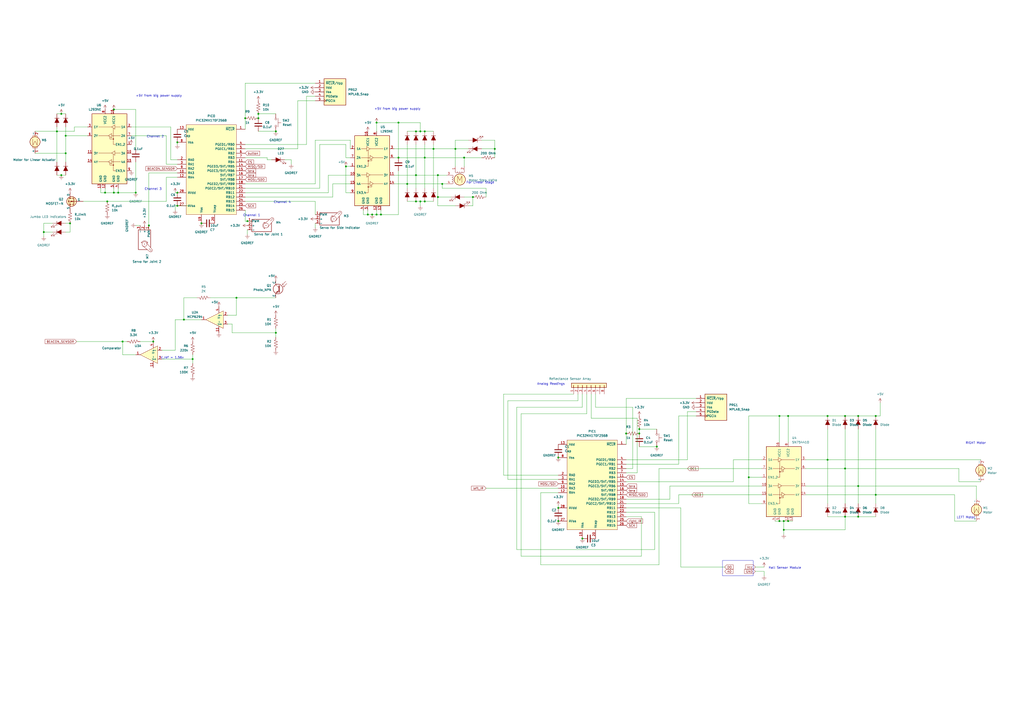
<source format=kicad_sch>
(kicad_sch (version 20230121) (generator eeschema)
  (paper "A2")
  (junction (at 254 101.6))
  (junction (at 323.85 294.64))
  (junction (at 480.06 241.3))
  (junction (at 142.24 68.58))
  (junction (at 38.1 88.9))
  (junction (at 241.3 101.6))
  (junction (at 264.16 86.36))
  (junction (at 102.87 82.55))
  (junction (at 220.98 124.46))
  (junction (at 68.58 111.76))
  (junction (at 78.74 111.76))
  (junction (at 71.12 198.12))
  (junction (at 452.12 241.3))
  (junction (at 218.44 71.12))
  (junction (at 35.56 101.6))
  (junction (at 66.04 63.5))
  (junction (at 454.66 307.34))
  (junction (at 243.84 116.84))
  (junction (at 215.9 124.46))
  (junction (at 363.22 251.46))
  (junction (at 236.22 106.68))
  (junction (at 434.34 276.86))
  (junction (at 246.38 91.44))
  (junction (at 457.2 302.26))
  (junction (at 254 114.3))
  (junction (at 490.22 241.3))
  (junction (at 508 241.3))
  (junction (at 323.85 302.26))
  (junction (at 323.85 265.43))
  (junction (at 149.86 66.04))
  (junction (at 160.02 76.2))
  (junction (at 231.14 91.44))
  (junction (at 143.51 128.27))
  (junction (at 287.02 86.36))
  (junction (at 160.02 193.04))
  (junction (at 102.87 119.38))
  (junction (at 246.38 116.84))
  (junction (at 60.96 111.76))
  (junction (at 116.84 129.54))
  (junction (at 490.22 299.72))
  (junction (at 497.84 241.3))
  (junction (at 251.46 86.36))
  (junction (at 274.32 114.3))
  (junction (at 149.86 68.58))
  (junction (at 218.44 124.46))
  (junction (at 381 259.08))
  (junction (at 111.76 208.28))
  (junction (at 337.82 312.42))
  (junction (at 33.02 76.2))
  (junction (at 213.36 124.46))
  (junction (at 200.66 96.52))
  (junction (at 452.12 302.26))
  (junction (at 88.9 198.12))
  (junction (at 241.3 116.84))
  (junction (at 40.64 129.54))
  (junction (at 66.04 111.76))
  (junction (at 497.84 281.94))
  (junction (at 241.3 76.2))
  (junction (at 256.54 106.68))
  (junction (at 231.14 71.12))
  (junction (at 25.4 134.62))
  (junction (at 457.2 241.3))
  (junction (at 38.1 78.74))
  (junction (at 454.66 302.26))
  (junction (at 370.84 248.92))
  (junction (at 62.23 116.84))
  (junction (at 246.38 76.2))
  (junction (at 243.84 76.2))
  (junction (at 269.24 91.44))
  (junction (at 106.68 185.42))
  (junction (at 102.87 111.76))
  (junction (at 35.56 66.04))
  (junction (at 508 287.02))
  (junction (at 137.16 172.72))
  (junction (at 370.84 251.46))
  (junction (at 86.36 130.81))
  (junction (at 497.84 299.72))
  (junction (at 490.22 271.78))
  (junction (at 480.06 266.7))
  (wire (pts (xy 457.2 241.3) (xy 480.06 241.3)))
  (wire (pts (xy 369.57 242.57) (xy 369.57 274.32)))
  (wire (pts (xy 35.56 66.04) (xy 38.1 66.04)))
  (wire (pts (xy 299.72 318.77) (xy 379.73 318.77)))
  (wire (pts (xy 81.28 130.81) (xy 78.74 130.81)))
  (wire (pts (xy 370.84 248.92) (xy 381 248.92)))
  (wire (pts (xy 370.84 251.46) (xy 370.84 248.92)))
  (wire (pts (xy 35.56 101.6) (xy 38.1 101.6)))
  (wire (pts (xy 454.66 307.34) (xy 454.66 309.88)))
  (wire (pts (xy 101.6 111.76) (xy 102.87 111.76)))
  (wire (pts (xy 60.96 111.76) (xy 66.04 111.76)))
  (wire (pts (xy 142.24 68.58) (xy 142.24 74.93)))
  (wire (pts (xy 264.16 81.28) (xy 264.16 86.36)))
  (wire (pts (xy 363.22 294.64) (xy 394.97 294.64)))
  (wire (pts (xy 38.1 78.74) (xy 50.8 78.74)))
  (wire (pts (xy 441.96 287.02) (xy 393.7 287.02)))
  (wire (pts (xy 33.02 101.6) (xy 35.56 101.6)))
  (wire (pts (xy 137.16 172.72) (xy 121.92 172.72)))
  (wire (pts (xy 264.16 119.38) (xy 254 119.38)))
  (wire (pts (xy 287.02 81.28) (xy 287.02 86.36)))
  (wire (pts (xy 43.18 73.66) (xy 50.8 73.66)))
  (wire (pts (xy 218.44 71.12) (xy 218.44 76.2)))
  (wire (pts (xy 228.6 101.6) (xy 241.3 101.6)))
  (wire (pts (xy 345.44 228.6) (xy 345.44 236.22)))
  (wire (pts (xy 497.84 299.72) (xy 508 299.72)))
  (wire (pts (xy 106.68 172.72) (xy 106.68 185.42)))
  (wire (pts (xy 33.02 93.98) (xy 33.02 76.2)))
  (wire (pts (xy 256.54 106.68) (xy 259.08 106.68)))
  (wire (pts (xy 111.76 208.28) (xy 93.98 208.28)))
  (wire (pts (xy 261.62 114.3) (xy 254 114.3)))
  (wire (pts (xy 20.32 88.9) (xy 38.1 88.9)))
  (wire (pts (xy 218.44 121.92) (xy 218.44 124.46)))
  (wire (pts (xy 78.74 63.5) (xy 66.04 63.5)))
  (wire (pts (xy 243.84 116.84) (xy 243.84 119.38)))
  (wire (pts (xy 363.22 231.14) (xy 403.86 231.14)))
  (wire (pts (xy 269.24 91.44) (xy 269.24 96.52)))
  (wire (pts (xy 25.4 137.16) (xy 25.4 134.62)))
  (wire (pts (xy 142.24 48.26) (xy 182.88 48.26)))
  (wire (pts (xy 78.74 93.98) (xy 78.74 111.76)))
  (wire (pts (xy 142.24 106.68) (xy 182.88 106.68)))
  (wire (pts (xy 497.84 281.94) (xy 566.42 281.94)))
  (wire (pts (xy 101.6 203.2) (xy 101.6 185.42)))
  (wire (pts (xy 68.58 111.76) (xy 66.04 111.76)))
  (wire (pts (xy 185.42 83.82) (xy 200.66 83.82)))
  (wire (pts (xy 388.62 289.56) (xy 363.22 289.56)))
  (wire (pts (xy 363.22 266.7) (xy 398.78 266.7)))
  (wire (pts (xy 467.36 287.02) (xy 508 287.02)))
  (wire (pts (xy 382.27 271.78) (xy 382.27 327.66)))
  (wire (pts (xy 394.97 294.64) (xy 394.97 328.93)))
  (wire (pts (xy 172.72 58.42) (xy 172.72 86.36)))
  (wire (pts (xy 228.6 106.68) (xy 236.22 106.68)))
  (wire (pts (xy 490.22 271.78) (xy 556.26 271.78)))
  (wire (pts (xy 220.98 121.92) (xy 220.98 124.46)))
  (wire (pts (xy 213.36 124.46) (xy 215.9 124.46)))
  (wire (pts (xy 142.24 91.44) (xy 154.94 91.44)))
  (wire (pts (xy 182.88 129.54) (xy 182.88 132.08)))
  (wire (pts (xy 241.3 83.82) (xy 241.3 101.6)))
  (wire (pts (xy 228.6 91.44) (xy 231.14 91.44)))
  (wire (pts (xy 48.26 116.84) (xy 62.23 116.84)))
  (wire (pts (xy 457.2 302.26) (xy 459.74 302.26)))
  (wire (pts (xy 160.02 190.5) (xy 160.02 193.04)))
  (wire (pts (xy 271.78 81.28) (xy 264.16 81.28)))
  (wire (pts (xy 254 119.38) (xy 254 114.3)))
  (wire (pts (xy 200.66 83.82) (xy 200.66 91.44)))
  (wire (pts (xy 379.73 297.18) (xy 363.22 297.18)))
  (wire (pts (xy 372.11 322.58) (xy 372.11 299.72)))
  (wire (pts (xy 294.64 232.41) (xy 294.64 278.13)))
  (wire (pts (xy 134.62 193.04) (xy 160.02 193.04)))
  (wire (pts (xy 213.36 121.92) (xy 213.36 124.46)))
  (wire (pts (xy 60.96 109.22) (xy 60.96 111.76)))
  (wire (pts (xy 38.1 73.66) (xy 38.1 78.74)))
  (wire (pts (xy 210.82 124.46) (xy 213.36 124.46)))
  (wire (pts (xy 38.1 134.62) (xy 40.64 134.62)))
  (wire (pts (xy 102.87 119.38) (xy 109.22 119.38)))
  (wire (pts (xy 43.18 76.2) (xy 43.18 73.66)))
  (wire (pts (xy 203.2 101.6) (xy 190.5 101.6)))
  (wire (pts (xy 146.05 128.27) (xy 143.51 128.27)))
  (wire (pts (xy 58.42 111.76) (xy 60.96 111.76)))
  (wire (pts (xy 394.97 328.93) (xy 420.37 328.93)))
  (wire (pts (xy 254 101.6) (xy 259.08 101.6)))
  (wire (pts (xy 137.16 182.88) (xy 137.16 172.72)))
  (wire (pts (xy 101.6 119.38) (xy 102.87 119.38)))
  (wire (pts (xy 40.64 134.62) (xy 40.64 129.54)))
  (wire (pts (xy 185.42 109.22) (xy 185.42 83.82)))
  (wire (pts (xy 102.87 102.87) (xy 96.52 102.87)))
  (wire (pts (xy 210.82 121.92) (xy 210.82 124.46)))
  (wire (pts (xy 203.2 81.28) (xy 203.2 86.36)))
  (wire (pts (xy 111.76 205.74) (xy 111.76 208.28)))
  (wire (pts (xy 441.96 292.1) (xy 434.34 292.1)))
  (wire (pts (xy 78.74 205.74) (xy 71.12 205.74)))
  (wire (pts (xy 203.2 106.68) (xy 193.04 106.68)))
  (wire (pts (xy 279.4 81.28) (xy 287.02 81.28)))
  (wire (pts (xy 566.42 281.94) (xy 566.42 289.56)))
  (wire (pts (xy 398.78 266.7) (xy 398.78 238.76)))
  (wire (pts (xy 497.84 241.3) (xy 508 241.3)))
  (wire (pts (xy 142.24 114.3) (xy 193.04 114.3)))
  (wire (pts (xy 142.24 86.36) (xy 172.72 86.36)))
  (wire (pts (xy 99.06 73.66) (xy 99.06 92.71)))
  (wire (pts (xy 76.2 73.66) (xy 99.06 73.66)))
  (wire (pts (xy 340.36 228.6) (xy 340.36 240.03)))
  (wire (pts (xy 243.84 71.12) (xy 231.14 71.12)))
  (wire (pts (xy 142.24 128.27) (xy 143.51 128.27)))
  (wire (pts (xy 236.22 106.68) (xy 236.22 109.22)))
  (wire (pts (xy 116.84 185.42) (xy 106.68 185.42)))
  (wire (pts (xy 345.44 236.22) (xy 367.03 236.22)))
  (wire (pts (xy 96.52 116.84) (xy 62.23 116.84)))
  (wire (pts (xy 425.45 279.4) (xy 425.45 266.7)))
  (wire (pts (xy 25.4 129.54) (xy 30.48 129.54)))
  (wire (pts (xy 76.2 78.74) (xy 96.52 78.74)))
  (wire (pts (xy 281.94 283.21) (xy 323.85 283.21)))
  (wire (pts (xy 452.12 302.26) (xy 454.66 302.26)))
  (wire (pts (xy 165.1 92.71) (xy 168.91 92.71)))
  (wire (pts (xy 38.1 88.9) (xy 38.1 78.74)))
  (wire (pts (xy 510.54 233.68) (xy 510.54 241.3)))
  (wire (pts (xy 393.7 292.1) (xy 363.22 292.1)))
  (wire (pts (xy 441.96 276.86) (xy 434.34 276.86)))
  (wire (pts (xy 111.76 208.28) (xy 111.76 210.82)))
  (wire (pts (xy 236.22 116.84) (xy 241.3 116.84)))
  (wire (pts (xy 342.9 242.57) (xy 369.57 242.57)))
  (wire (pts (xy 279.4 86.36) (xy 287.02 86.36)))
  (wire (pts (xy 313.69 285.75) (xy 323.85 285.75)))
  (wire (pts (xy 274.32 119.38) (xy 274.32 114.3)))
  (wire (pts (xy 58.42 109.22) (xy 58.42 111.76)))
  (wire (pts (xy 379.73 297.18) (xy 379.73 318.77)))
  (wire (pts (xy 393.7 241.3) (xy 393.7 269.24)))
  (wire (pts (xy 393.7 269.24) (xy 363.22 269.24)))
  (wire (pts (xy 434.34 241.3) (xy 452.12 241.3)))
  (wire (pts (xy 369.57 274.32) (xy 363.22 274.32)))
  (wire (pts (xy 231.14 91.44) (xy 246.38 91.44)))
  (wire (pts (xy 372.11 299.72) (xy 363.22 299.72)))
  (wire (pts (xy 168.91 92.71) (xy 168.91 95.25)))
  (wire (pts (xy 33.02 73.66) (xy 33.02 76.2)))
  (wire (pts (xy 154.94 91.44) (xy 154.94 92.71)))
  (wire (pts (xy 86.36 100.33) (xy 86.36 130.81)))
  (wire (pts (xy 182.88 106.68) (xy 182.88 81.28)))
  (wire (pts (xy 302.26 240.03) (xy 302.26 322.58)))
  (wire (pts (xy 497.84 248.92) (xy 497.84 281.94)))
  (wire (pts (xy 480.06 241.3) (xy 490.22 241.3)))
  (wire (pts (xy 292.1 275.59) (xy 323.85 275.59)))
  (wire (pts (xy 33.02 66.04) (xy 35.56 66.04)))
  (wire (pts (xy 454.66 302.26) (xy 457.2 302.26)))
  (wire (pts (xy 160.02 76.2) (xy 149.86 76.2)))
  (wire (pts (xy 363.22 251.46) (xy 363.22 231.14)))
  (wire (pts (xy 231.14 99.06) (xy 231.14 124.46)))
  (wire (pts (xy 71.12 198.12) (xy 71.12 205.74)))
  (wire (pts (xy 218.44 124.46) (xy 215.9 124.46)))
  (wire (pts (xy 363.22 251.46) (xy 363.22 257.81)))
  (wire (pts (xy 490.22 248.92) (xy 490.22 271.78)))
  (wire (pts (xy 190.5 111.76) (xy 142.24 111.76)))
  (wire (pts (xy 443.23 331.47) (xy 443.23 334.01)))
  (wire (pts (xy 556.26 279.4) (xy 568.96 279.4)))
  (wire (pts (xy 434.34 241.3) (xy 434.34 276.86)))
  (wire (pts (xy 38.1 88.9) (xy 38.1 93.98)))
  (wire (pts (xy 101.6 121.92) (xy 101.6 119.38)))
  (wire (pts (xy 251.46 83.82) (xy 251.46 86.36)))
  (wire (pts (xy 381 259.08) (xy 370.84 259.08)))
  (wire (pts (xy 241.3 76.2) (xy 243.84 76.2)))
  (wire (pts (xy 256.54 109.22) (xy 281.94 109.22)))
  (wire (pts (xy 367.03 236.22) (xy 367.03 271.78)))
  (wire (pts (xy 438.15 328.93) (xy 443.23 328.93)))
  (wire (pts (xy 398.78 238.76) (xy 403.86 238.76)))
  (wire (pts (xy 246.38 91.44) (xy 269.24 91.44)))
  (wire (pts (xy 294.64 278.13) (xy 323.85 278.13)))
  (wire (pts (xy 449.58 302.26) (xy 452.12 302.26)))
  (wire (pts (xy 337.82 228.6) (xy 337.82 236.22)))
  (wire (pts (xy 93.98 203.2) (xy 101.6 203.2)))
  (wire (pts (xy 236.22 76.2) (xy 241.3 76.2)))
  (wire (pts (xy 236.22 83.82) (xy 236.22 106.68)))
  (wire (pts (xy 457.2 241.3) (xy 457.2 256.54)))
  (wire (pts (xy 20.32 76.2) (xy 33.02 76.2)))
  (wire (pts (xy 256.54 109.22) (xy 256.54 106.68)))
  (wire (pts (xy 251.46 86.36) (xy 251.46 109.22)))
  (wire (pts (xy 393.7 287.02) (xy 393.7 292.1)))
  (wire (pts (xy 313.69 327.66) (xy 313.69 285.75)))
  (wire (pts (xy 243.84 116.84) (xy 246.38 116.84)))
  (wire (pts (xy 382.27 271.78) (xy 441.96 271.78)))
  (wire (pts (xy 86.36 133.35) (xy 86.36 130.81)))
  (wire (pts (xy 246.38 83.82) (xy 246.38 91.44)))
  (wire (pts (xy 142.24 68.58) (xy 142.24 48.26)))
  (wire (pts (xy 508 287.02) (xy 553.72 287.02)))
  (wire (pts (xy 241.3 101.6) (xy 241.3 109.22)))
  (wire (pts (xy 241.3 116.84) (xy 243.84 116.84)))
  (wire (pts (xy 363.22 271.78) (xy 367.03 271.78)))
  (wire (pts (xy 497.84 281.94) (xy 497.84 292.1)))
  (wire (pts (xy 269.24 114.3) (xy 274.32 114.3)))
  (wire (pts (xy 441.96 281.94) (xy 388.62 281.94)))
  (wire (pts (xy 438.15 331.47) (xy 443.23 331.47)))
  (wire (pts (xy 337.82 236.22) (xy 299.72 236.22)))
  (wire (pts (xy 68.58 109.22) (xy 68.58 111.76)))
  (wire (pts (xy 508 248.92) (xy 508 287.02)))
  (wire (pts (xy 241.3 101.6) (xy 254 101.6)))
  (wire (pts (xy 66.04 109.22) (xy 66.04 111.76)))
  (wire (pts (xy 203.2 111.76) (xy 200.66 111.76)))
  (wire (pts (xy 102.87 92.71) (xy 99.06 92.71)))
  (wire (pts (xy 142.24 121.92) (xy 142.24 128.27)))
  (wire (pts (xy 452.12 241.3) (xy 457.2 241.3)))
  (wire (pts (xy 490.22 307.34) (xy 454.66 307.34)))
  (wire (pts (xy 154.94 92.71) (xy 157.48 92.71)))
  (wire (pts (xy 102.87 82.55) (xy 102.87 83.82)))
  (wire (pts (xy 490.22 299.72) (xy 497.84 299.72)))
  (wire (pts (xy 467.36 271.78) (xy 490.22 271.78)))
  (wire (pts (xy 200.66 91.44) (xy 203.2 91.44)))
  (wire (pts (xy 254 114.3) (xy 254 101.6)))
  (wire (pts (xy 25.4 134.62) (xy 30.48 134.62)))
  (wire (pts (xy 246.38 76.2) (xy 251.46 76.2)))
  (wire (pts (xy 86.36 100.33) (xy 102.87 100.33)))
  (wire (pts (xy 134.62 187.96) (xy 132.08 187.96)))
  (wire (pts (xy 480.06 266.7) (xy 480.06 292.1)))
  (wire (pts (xy 508 287.02) (xy 508 292.1)))
  (wire (pts (xy 302.26 322.58) (xy 372.11 322.58)))
  (wire (pts (xy 332.74 228.6) (xy 292.1 228.6)))
  (wire (pts (xy 271.78 119.38) (xy 274.32 119.38)))
  (wire (pts (xy 71.12 198.12) (xy 73.66 198.12)))
  (wire (pts (xy 264.16 86.36) (xy 271.78 86.36)))
  (wire (pts (xy 200.66 96.52) (xy 203.2 96.52)))
  (wire (pts (xy 114.3 172.72) (xy 106.68 172.72)))
  (wire (pts (xy 340.36 240.03) (xy 302.26 240.03)))
  (wire (pts (xy 88.9 198.12) (xy 81.28 198.12)))
  (wire (pts (xy 236.22 106.68) (xy 256.54 106.68)))
  (wire (pts (xy 160.02 193.04) (xy 160.02 195.58)))
  (wire (pts (xy 264.16 86.36) (xy 264.16 96.52)))
  (wire (pts (xy 342.9 228.6) (xy 342.9 242.57)))
  (wire (pts (xy 177.8 55.88) (xy 182.88 55.88)))
  (wire (pts (xy 454.66 302.26) (xy 454.66 307.34)))
  (wire (pts (xy 382.27 327.66) (xy 313.69 327.66)))
  (wire (pts (xy 96.52 78.74) (xy 96.52 95.25)))
  (wire (pts (xy 279.4 91.44) (xy 269.24 91.44)))
  (wire (pts (xy 335.28 228.6) (xy 335.28 232.41)))
  (wire (pts (xy 299.72 236.22) (xy 299.72 318.77)))
  (wire (pts (xy 182.88 58.42) (xy 172.72 58.42)))
  (wire (pts (xy 553.72 287.02) (xy 553.72 302.26)))
  (wire (pts (xy 403.86 241.3) (xy 393.7 241.3)))
  (wire (pts (xy 467.36 281.94) (xy 497.84 281.94)))
  (wire (pts (xy 246.38 91.44) (xy 246.38 109.22)))
  (wire (pts (xy 182.88 116.84) (xy 182.88 124.46)))
  (wire (pts (xy 243.84 76.2) (xy 243.84 71.12)))
  (wire (pts (xy 142.24 109.22) (xy 185.42 109.22)))
  (wire (pts (xy 149.86 66.04) (xy 160.02 66.04)))
  (wire (pts (xy 490.22 271.78) (xy 490.22 292.1)))
  (wire (pts (xy 480.06 248.92) (xy 480.06 266.7)))
  (wire (pts (xy 96.52 102.87) (xy 96.52 116.84)))
  (wire (pts (xy 134.62 187.96) (xy 134.62 193.04)))
  (wire (pts (xy 142.24 83.82) (xy 177.8 83.82)))
  (wire (pts (xy 25.4 134.62) (xy 25.4 129.54)))
  (wire (pts (xy 287.02 86.36) (xy 287.02 91.44)))
  (wire (pts (xy 231.14 71.12) (xy 231.14 91.44)))
  (wire (pts (xy 363.22 279.4) (xy 425.45 279.4)))
  (wire (pts (xy 142.24 116.84) (xy 182.88 116.84)))
  (wire (pts (xy 182.88 81.28) (xy 203.2 81.28)))
  (wire (pts (xy 246.38 116.84) (xy 251.46 116.84)))
  (wire (pts (xy 480.06 299.72) (xy 490.22 299.72)))
  (wire (pts (xy 160.02 172.72) (xy 137.16 172.72)))
  (wire (pts (xy 281.94 109.22) (xy 281.94 114.3)))
  (wire (pts (xy 193.04 106.68) (xy 193.04 114.3)))
  (wire (pts (xy 452.12 256.54) (xy 452.12 241.3)))
  (wire (pts (xy 335.28 232.41) (xy 294.64 232.41)))
  (wire (pts (xy 323.85 294.64) (xy 323.85 293.37)))
  (wire (pts (xy 231.14 124.46) (xy 220.98 124.46)))
  (wire (pts (xy 200.66 111.76) (xy 200.66 96.52)))
  (wire (pts (xy 149.86 68.58) (xy 149.86 66.04)))
  (wire (pts (xy 251.46 86.36) (xy 264.16 86.36)))
  (wire (pts (xy 143.51 133.35) (xy 143.51 135.89)))
  (wire (pts (xy 38.1 129.54) (xy 40.64 129.54)))
  (wire (pts (xy 508 241.3) (xy 510.54 241.3)))
  (wire (pts (xy 78.74 86.36) (xy 78.74 63.5)))
  (wire (pts (xy 292.1 228.6) (xy 292.1 275.59)))
  (wire (pts (xy 220.98 124.46) (xy 218.44 124.46)))
  (wire (pts (xy 434.34 276.86) (xy 434.34 292.1)))
  (wire (pts (xy 228.6 86.36) (xy 251.46 86.36)))
  (wire (pts (xy 78.74 111.76) (xy 68.58 111.76)))
  (wire (pts (xy 490.22 241.3) (xy 497.84 241.3)))
  (wire (pts (xy 177.8 83.82) (xy 177.8 55.88)))
  (wire (pts (xy 243.84 76.2) (xy 246.38 76.2)))
  (wire (pts (xy 101.6 185.42) (xy 106.68 185.42)))
  (wire (pts (xy 33.02 76.2) (xy 43.18 76.2)))
  (wire (pts (xy 388.62 281.94) (xy 388.62 289.56)))
  (wire (pts (xy 556.26 271.78) (xy 556.26 279.4)))
  (wire (pts (xy 480.06 266.7) (xy 568.96 266.7)))
  (wire (pts (xy 425.45 266.7) (xy 441.96 266.7)))
  (wire (pts (xy 102.87 95.25) (xy 96.52 95.25)))
  (wire (pts (xy 553.72 302.26) (xy 566.42 302.26)))
  (wire (pts (xy 132.08 182.88) (xy 137.16 182.88)))
  (wire (pts (xy 231.14 71.12) (xy 218.44 71.12)))
  (wire (pts (xy 467.36 266.7) (xy 480.06 266.7)))
  (wire (pts (xy 190.5 101.6) (xy 190.5 111.76)))
  (wire (pts (xy 490.22 299.72) (xy 490.22 307.34)))
  (wire (pts (xy 44.45 198.12) (xy 71.12 198.12)))
  (rectangle (start 419.1 325.12) (end 436.88 334.01))
  (text "LEFT Motor" (at 554.99 300.99 0) (effects (font (size 1.27 1.27)) (justify left bottom)))
  (text "Channel 2" (at 85.09 80.01 0) (effects (font (size 1.27 1.27)) (justify left bottom)))
  (text "RIGHT Motor" (at 560.07 257.81 0) (effects (font (size 1.27 1.27)) (justify left bottom)))
  (text "Analog Readings\n" (at 327.66 223.52 0) (effects (font (size 1.27 1.27)) (justify right bottom)))
  (text "Channel 4" (at 158.75 118.11 0) (effects (font (size 1.27 1.27)) (justify left bottom)))
  (text "Channel 3" (at 83.82 110.49 0) (effects (font (size 1.27 1.27)) (justify left bottom)))
  (text "For Linear Stage\n" (at 270.51 106.68 0) (effects (font (size 1.27 1.27)) (justify left bottom)))
  (text "+5V from big power supply\n\n" (at 78.74 58.42 0) (effects (font (size 1.27 1.27)) (justify left bottom)))
  (text "Hall Sensor Module\n" (at 445.77 330.2 0) (effects (font (size 1.27 1.27)) (justify left bottom)))
  (text "V_ref = 1.56v" (at 106.68 208.28 0) (effects (font (size 1.27 1.27)) (justify right bottom)))
  (text "Channel 1" (at 140.97 125.73 0) (effects (font (size 1.27 1.27)) (justify left bottom)))
  (text "+5V from big power supply\n\n" (at 217.17 66.04 0) (effects (font (size 1.27 1.27)) (justify left bottom)))
  (global_label "Vcc" (shape input) (at 438.15 328.93 180) (property "Intersheetrefs" "${INTERSHEET_REFS}" (effects hide)))
  (global_label "left_IR" (shape input) (at 281.94 283.21 180) (property "Intersheetrefs" "${INTERSHEET_REFS}" (effects hide)))
  (global_label "SCK" (shape input) (at 142.24 119.38 0) (property "Intersheetrefs" "${INTERSHEET_REFS}" (effects hide)))
  (global_label "BEACON_SENSOR" (shape input) (at 102.87 97.79 180) (property "Intersheetrefs" "${INTERSHEET_REFS}" (effects hide)))
  (global_label "BEACON_SENSOR" (shape input) (at 44.45 198.12 180) (property "Intersheetrefs" "${INTERSHEET_REFS}" (effects hide)))
  (global_label "tera" (shape input) (at 142.24 99.06 0) (property "Intersheetrefs" "${INTERSHEET_REFS}" (effects hide)))
  (global_label "tera" (shape input) (at 363.22 284.48 0) (property "Intersheetrefs" "${INTERSHEET_REFS}" (effects hide)))
  (global_label "button" (shape input) (at 142.24 88.9 0) (property "Intersheetrefs" "${INTERSHEET_REFS}" (effects hide)))
  (global_label "OC3" (shape input) (at 401.32 287.02 0) (property "Intersheetrefs" "${INTERSHEET_REFS}" (effects hide)))
  (global_label "MISO{slash}SDI" (shape input) (at 142.24 96.52 0) (property "Intersheetrefs" "${INTERSHEET_REFS}" (effects hide)))
  (global_label "DO" (shape input) (at 420.37 328.93 0) (property "Intersheetrefs" "${INTERSHEET_REFS}" (effects hide)))
  (global_label "MOSI{slash}SDI" (shape input) (at 323.85 280.67 180) (property "Intersheetrefs" "${INTERSHEET_REFS}" (effects hide)))
  (global_label "CS" (shape input) (at 363.22 276.86 0) (property "Intersheetrefs" "${INTERSHEET_REFS}" (effects hide)))
  (global_label "MISO{slash}SDO" (shape input) (at 363.22 287.02 0) (property "Intersheetrefs" "${INTERSHEET_REFS}" (effects hide)))
  (global_label "MOSI{slash}SDO" (shape input) (at 142.24 104.14 0) (property "Intersheetrefs" "${INTERSHEET_REFS}" (effects hide)))
  (global_label "right_IR" (shape input) (at 363.22 302.26 0) (property "Intersheetrefs" "${INTERSHEET_REFS}" (effects hide)))
  (global_label "OC1" (shape input) (at 398.78 271.78 0) (property "Intersheetrefs" "${INTERSHEET_REFS}" (effects hide)))
  (global_label "CS" (shape input) (at 142.24 93.98 0) (property "Intersheetrefs" "${INTERSHEET_REFS}" (effects hide)))
  (global_label "SCK" (shape input) (at 363.22 304.8 0) (property "Intersheetrefs" "${INTERSHEET_REFS}" (effects hide)))
  (global_label "GND" (shape input) (at 438.15 331.47 180) (property "Intersheetrefs" "${INTERSHEET_REFS}" (effects hide)))
  (global_label "tera" (shape input) (at 363.22 281.94 0) (property "Intersheetrefs" "${INTERSHEET_REFS}" (effects hide)))
  (global_label "AO" (shape input) (at 420.37 331.47 0) (property "Intersheetrefs" "${INTERSHEET_REFS}" (effects hide)))
  (global_label "tera" (shape input) (at 142.24 101.6 0) (property "Intersheetrefs" "${INTERSHEET_REFS}" (effects hide)))
  (symbol (lib_id "ME218_BaseLib:LED") (at 265.43 114.3 0) (unit 1)
    (property "Reference" "D19" (effects hide))
    (property "Value" "Bi-color LED" (effects hide))
  )
  (symbol (lib_id "ME218_BaseLib:LED") (at 275.59 86.36 0) (unit 1)
    (property "Reference" "D22" (effects hide))
    (property "Value" "Bi-color LED" (effects hide))
  )
  (symbol (lib_id "power:+5V") (at 160.02 182.88 0) (mirror y) (unit 1)
    (property "Reference" "#PWR06" (effects hide))
    (property "Value" "+5V" (at 160.02 177.8 0))
  )
  (symbol (lib_name "Res1_2") (lib_id "ME218_BaseLib:Res1") (at 118.11 172.72 270) (mirror x) (unit 1)
    (property "Reference" "R5" (at 118.11 166.37 90))
    (property "Value" "2K" (at 118.11 168.91 90))
  )
  (symbol (lib_id "ME218_BaseLib:Diode") (at 508 295.91 270) (unit 1)
    (property "Reference" "D8" (at 510.54 294.64 90) (effects (justify left)))
    (property "Value" "Diode" (at 510.54 297.18 90) (effects (justify left)))
  )
  (symbol (lib_id "power:+5V") (at 60.96 63.5 0) (unit 1)
    (property "Reference" "#PWR044" (effects hide))
    (property "Value" "+5V" (at 60.96 58.42 0))
  )
  (symbol (lib_id "ME218_BaseLib:Motor_Servo") (at 83.82 138.43 270) (unit 1)
    (property "Reference" "M7" (at 85.5234 147.32 0) (effects (justify left)))
    (property "Value" "Servo for Joint 2" (at 76.835 151.765 90) (effects (justify left)))
  )
  (symbol (lib_id "ME218_BaseLib:Res1") (at 367.03 251.46 90) (unit 1)
    (property "Reference" "R3" (at 364.49 247.65 90))
    (property "Value" "1k" (at 364.49 254 90))
  )
  (symbol (lib_id "ME218_BaseLib:Diode") (at 241.3 80.01 270) (unit 1)
    (property "Reference" "D13" (effects hide))
    (property "Value" "Diode" (effects hide))
  )
  (symbol (lib_id "ME218_BaseLib:L293NE") (at 215.9 101.6 0) (unit 1)
    (property "Reference" "U5" (at 220.6341 73.66 0) (effects (justify left)))
    (property "Value" "L293NE" (at 220.6341 76.2 0) (effects (justify left)))
    (property "Footprint" "Package_DIP:DIP-16_W7.62mm" (effects hide))
  )
  (symbol (lib_id "ME218_BaseLib:MCP6294") (at 124.46 185.42 0) (mirror y) (unit 1)
    (property "Reference" "U2" (at 113.03 181.2291 0))
    (property "Value" "MCP6294" (at 113.03 183.7691 0))
  )
  (symbol (lib_id "power:Earth") (at 160.02 203.2 0) (mirror y) (unit 1)
    (property "Reference" "#PWR07" (effects hide))
    (property "Value" "Earth" (effects hide))
  )
  (symbol (lib_id "power:Earth") (at 35.56 101.6 0) (unit 1)
    (property "Reference" "#PWR039" (effects hide))
    (property "Value" "Earth" (effects hide))
  )
  (symbol (lib_id "ME218_BaseLib:Cap") (at 149.86 72.39 0) (unit 1)
    (property "Reference" "C8" (at 153.67 71.1199 0) (effects (justify left)))
    (property "Value" "0.1uF" (at 152.4 73.66 0) (effects (justify left)))
  )
  (symbol (lib_id "ME218_BaseLib:SW_Push") (at 160.02 71.12 270) (unit 1)
    (property "Reference" "SW2" (at 163.83 69.8499 90) (effects (justify left)))
    (property "Value" "Reset" (at 163.83 72.3899 90) (effects (justify left)))
  )
  (symbol (lib_id "power:Earth") (at 111.76 218.44 0) (mirror y) (unit 1)
    (property "Reference" "#PWR013" (effects hide))
    (property "Value" "Earth" (effects hide))
  )
  (symbol (lib_id "ME218_BaseLib:Diode") (at 38.1 69.85 270) (unit 1)
    (property "Reference" "D24" (effects hide))
    (property "Value" "Diode" (effects hide))
  )
  (symbol (lib_id "ME218_BaseLib:L293NE") (at 63.5 88.9 0) (mirror y) (unit 1)
    (property "Reference" "U6" (at 58.7659 60.96 0) (effects (justify left)))
    (property "Value" "L293NE" (at 58.7659 63.5 0) (effects (justify left)))
    (property "Footprint" "Package_DIP:DIP-16_W7.62mm" (effects hide))
  )
  (symbol (lib_id "power:+5V") (at 160.02 162.56 0) (mirror y) (unit 1)
    (property "Reference" "#PWR05" (effects hide))
    (property "Value" "+5V" (at 157.48 160.02 0))
  )
  (symbol (lib_id "ME218_BaseLib:LED") (at 34.29 134.62 0) (unit 1)
    (property "Reference" "D10" (effects hide))
    (property "Value" "Jumbo LED Indicator" (effects hide))
  )
  (symbol (lib_id "ME218_BaseLib:PIC32MX170F256B") (at 129.54 96.52 0) (unit 1)
    (property "Reference" "PIC0" (at 122.555 67.31 0))
    (property "Value" "PIC32MX170F256B" (at 122.555 69.85 0))
  )
  (symbol (lib_id "power:GNDREF") (at 182.88 132.08 0) (unit 1)
    (property "Reference" "#PWR028" (effects hide))
    (property "Value" "GNDREF" (at 182.88 137.16 0))
  )
  (symbol (lib_id "ME218_BaseLib:Diode") (at 497.84 245.11 270) (unit 1)
    (property "Reference" "D5" (at 500.38 243.84 90) (effects (justify left)))
    (property "Value" "Diode" (at 500.38 246.38 90) (effects (justify left)))
  )
  (symbol (lib_id "ME218_BaseLib:Diode") (at 38.1 97.79 270) (unit 1)
    (property "Reference" "D26" (effects hide))
    (property "Value" "Diode" (effects hide))
  )
  (symbol (lib_id "ME218_BaseLib:Motor_Servo") (at 190.5 127 0) (unit 1)
    (property "Reference" "M3" (at 199.39 125.2966 0) (effects (justify left)))
    (property "Value" "Servo for Side Indicator" (at 185.42 132.08 0) (effects (justify left)))
  )
  (symbol (lib_id "power:+3.3V") (at 83.82 130.81 0) (unit 1)
    (property "Reference" "#PWR018" (effects hide))
    (property "Value" "+3.3V" (at 83.82 120.65 90) (effects (justify right)))
  )
  (symbol (lib_id "ME218_BaseLib:Diode") (at 497.84 295.91 270) (unit 1)
    (property "Reference" "D6" (at 500.38 294.64 90) (effects (justify left)))
    (property "Value" "Diode" (at 500.38 297.18 90) (effects (justify left)))
  )
  (symbol (lib_id "power:Earth") (at 127 193.04 0) (mirror y) (unit 1)
    (property "Reference" "#PWR011" (effects hide))
    (property "Value" "Earth" (effects hide))
  )
  (symbol (lib_id "ME218_BaseLib:Diode") (at 241.3 113.03 270) (unit 1)
    (property "Reference" "D14" (effects hide))
    (property "Value" "Diode" (effects hide))
  )
  (symbol (lib_id "power:+3.3V") (at 323.85 293.37 0) (unit 1)
    (property "Reference" "#PWR02" (effects hide))
    (property "Value" "+3.3V" (at 323.85 288.29 0))
  )
  (symbol (lib_id "power:GNDREF") (at 337.82 312.42 0) (unit 1)
    (property "Reference" "#PWR04" (effects hide))
    (property "Value" "GNDREF" (at 337.82 317.5 0))
  )
  (symbol (lib_id "ME218_BaseLib:L293NE") (at 454.66 281.94 0) (unit 1)
    (property "Reference" "U4" (at 459.3941 254 0) (effects (justify left)))
    (property "Value" "SN754410" (at 459.3941 256.54 0) (effects (justify left)))
    (property "Footprint" "Package_DIP:DIP-16_W7.62mm" (effects hide))
  )
  (symbol (lib_id "power:+5V") (at 76.2 83.82 0) (unit 1)
    (property "Reference" "#PWR048" (effects hide))
    (property "Value" "+5V" (at 76.2 80.01 0))
  )
  (symbol (lib_id "power:GND") (at 182.88 53.34 270) (unit 1)
    (property "Reference" "#PWR032" (effects hide))
    (property "Value" "GND" (at 179.07 53.34 90) (effects (justify right)))
  )
  (symbol (lib_id "power:+6V") (at 66.04 63.5 0) (unit 1)
    (property "Reference" "#PWR045" (effects hide))
    (property "Value" "+6V" (effects hide))
  )
  (symbol (lib_id "power:GNDREF") (at 78.74 111.76 0) (unit 1)
    (property "Reference" "#PWR046" (effects hide))
    (property "Value" "GNDREF" (at 78.74 116.84 0))
  )
  (symbol (lib_id "power:+5V") (at 35.56 66.04 0) (unit 1)
    (property "Reference" "#PWR047" (effects hide))
    (property "Value" "+5V" (at 35.56 60.96 0))
  )
  (symbol (lib_id "ME218_BaseLib:Res1") (at 278.13 114.3 90) (unit 1)
    (property "Reference" "R11" (effects hide))
    (property "Value" "200 Ohm" (at 278.13 111.76 90))
  )
  (symbol (lib_id "power:GNDREF") (at 102.87 83.82 0) (unit 1)
    (property "Reference" "#PWR023" (effects hide))
    (property "Value" "GNDREF" (effects hide))
  )
  (symbol (lib_id "ME218_BaseLib:Motor") (at 20.32 83.82 180) (unit 1)
    (property "Reference" "M6" (at 24.13 81.28 0) (effects (justify right)))
    (property "Value" "Motor for Linear Actuator" (at 7.62 92.71 0) (effects (justify right)))
  )
  (symbol (lib_id "ME218_BaseLib:Diode") (at 480.06 295.91 270) (unit 1)
    (property "Reference" "D2" (at 482.6 294.64 90) (effects (justify left)))
    (property "Value" "Diode" (at 482.6 297.18 90) (effects (justify left)))
  )
  (symbol (lib_id "power:GNDREF") (at 323.85 265.43 0) (unit 1)
    (property "Reference" "#PWR01" (effects hide))
    (property "Value" "GNDREF" (at 318.77 264.16 0))
  )
  (symbol (lib_name "Res1_1") (lib_id "ME218_BaseLib:Res1") (at 77.47 198.12 270) (mirror x) (unit 1)
    (property "Reference" "R8" (at 77.47 191.77 90))
    (property "Value" "3.3K" (at 77.47 194.31 90))
  )
  (symbol (lib_id "power:+6V") (at 218.44 71.12 0) (unit 1)
    (property "Reference" "#PWR042" (effects hide))
    (property "Value" "+6V" (effects hide))
  )
  (symbol (lib_name "Res1_4") (lib_id "ME218_BaseLib:Res1") (at 62.23 120.65 0) (unit 1)
    (property "Reference" "R_pull" (at 64.77 119.38 0) (effects (justify left)))
    (property "Value" "10k" (at 64.77 121.92 0) (effects (justify left)))
  )
  (symbol (lib_id "ME218_BaseLib:LED") (at 34.29 129.54 0) (unit 1)
    (property "Reference" "D9" (effects hide))
    (property "Value" "Jumbo LED Indicators" (at 27.94 125.73 0))
  )
  (symbol (lib_name "Res1_3") (lib_id "ME218_BaseLib:Res1") (at 160.02 186.69 0) (mirror y) (unit 1)
    (property "Reference" "R1" (at 157.48 185.42 0) (effects (justify left)))
    (property "Value" "10K" (at 157.48 187.96 0) (effects (justify left)))
  )
  (symbol (lib_id "ME218_BaseLib:Cap") (at 323.85 298.45 0) (unit 1)
    (property "Reference" "C2" (at 320.04 295.91 0) (effects (justify left)))
    (property "Value" "0.1uF" (at 317.5 302.26 0) (effects (justify left)))
  )
  (symbol (lib_id "ME218_BaseLib:PIC32MX170F256B") (at 350.52 279.4 0) (unit 1)
    (property "Reference" "PIC1" (at 343.535 250.19 0))
    (property "Value" "PIC32MX170F256B" (at 343.535 252.73 0))
  )
  (symbol (lib_id "ME218_BaseLib:Diode") (at 246.38 113.03 270) (unit 1)
    (property "Reference" "D16" (effects hide))
    (property "Value" "Diode" (effects hide))
  )
  (symbol (lib_id "power:GND") (at 403.86 236.22 270) (unit 1)
    (property "Reference" "#PWR015" (effects hide))
    (property "Value" "GND" (at 400.05 236.22 90) (effects (justify right)))
  )
  (symbol (lib_id "ME218_BaseLib:Cap") (at 102.87 78.74 0) (unit 1)
    (property "Reference" "C5" (at 106.68 76.2 0) (effects (justify left)))
    (property "Value" "Cap" (at 106.68 78.74 0) (effects (justify left)))
  )
  (symbol (lib_id "power:+5V") (at 127 177.8 0) (mirror y) (unit 1)
    (property "Reference" "#PWR010" (effects hide))
    (property "Value" "+5V" (at 124.46 175.26 0))
  )
  (symbol (lib_id "power:+5V") (at 200.66 96.52 0) (unit 1)
    (property "Reference" "#PWR038" (effects hide))
    (property "Value" "+5V" (at 198.12 93.98 0))
  )
  (symbol (lib_name "Res1_4") (lib_id "ME218_BaseLib:Res1") (at 40.64 125.73 0) (unit 1)
    (property "Reference" "R_limit" (at 43.18 124.46 0) (effects (justify left)))
    (property "Value" "10k" (at 43.18 127 0) (effects (justify left)))
  )
  (symbol (lib_id "ME218_BaseLib:LED") (at 161.29 92.71 0) (mirror y) (unit 1)
    (property "Reference" "D27" (at 162.8902 86.36 0))
    (property "Value" "LED" (at 162.8902 88.9 0))
  )
  (symbol (lib_id "power:GNDREF") (at 168.91 95.25 0) (unit 1)
    (property "Reference" "#PWR050" (effects hide))
    (property "Value" "GNDREF" (at 168.91 100.33 0))
  )
  (symbol (lib_id "power:+3.3V") (at 143.51 130.81 90) (unit 1)
    (property "Reference" "#PWR029" (effects hide))
    (property "Value" "+3.3V" (at 133.35 130.81 90) (effects (justify right)))
  )
  (symbol (lib_id "ME218_BaseLib:Diode") (at 508 245.11 270) (unit 1)
    (property "Reference" "D7" (effects hide))
    (property "Value" "Diode" (at 510.54 246.38 90) (effects (justify left)))
  )
  (symbol (lib_id "ME218_BaseLib:Diode") (at 33.02 69.85 270) (unit 1)
    (property "Reference" "D23" (effects hide))
    (property "Value" "Diode" (effects hide))
  )
  (symbol (lib_id "ME218_BaseLib:Diode") (at 236.22 80.01 270) (unit 1)
    (property "Reference" "D11" (effects hide))
    (property "Value" "Diode" (effects hide))
  )
  (symbol (lib_id "power:GNDREF") (at 443.23 334.01 0) (unit 1)
    (property "Reference" "#PWR036" (effects hide))
    (property "Value" "GNDREF" (at 443.23 339.09 0))
  )
  (symbol (lib_id "power:GNDREF") (at 62.23 124.46 0) (unit 1)
    (property "Reference" "#PWR034" (effects hide))
    (property "Value" "GNDREF" (at 62.23 129.54 0))
  )
  (symbol (lib_id "power:GNDREF") (at 101.6 121.92 0) (unit 1)
    (property "Reference" "#PWR025" (effects hide))
    (property "Value" "GNDREF" (at 101.6 125.73 0))
  )
  (symbol (lib_id "ME218_BaseLib:Cap") (at 120.65 129.54 90) (unit 1)
    (property "Reference" "C7" (at 123.19 133.35 90))
    (property "Value" "10uF" (at 124.46 130.81 90))
  )
  (symbol (lib_id "power:GNDREF") (at 243.84 119.38 0) (unit 1)
    (property "Reference" "#PWR043" (effects hide))
    (property "Value" "GNDREF" (at 243.84 124.46 0))
  )
  (symbol (lib_id "ME218_BaseLib:Motor_Servo") (at 151.13 130.81 0) (unit 1)
    (property "Reference" "M4" (at 160.02 129.1066 0) (effects (justify left)))
    (property "Value" "Servo for Joint 1" (at 147.32 135.89 0) (effects (justify left)))
  )
  (symbol (lib_id "power:+3.3V") (at 182.88 50.8 90) (unit 1)
    (property "Reference" "#PWR031" (effects hide))
    (property "Value" "+3.3V" (at 179.07 50.8 90) (effects (justify left)))
  )
  (symbol (lib_id "ME218_BaseLib:Cap") (at 370.84 255.27 0) (unit 1)
    (property "Reference" "C4" (at 374.65 253.9999 0) (effects (justify left)))
    (property "Value" "0.1uF" (at 373.38 256.54 0) (effects (justify left)))
  )
  (symbol (lib_id "ME218_BaseLib:LED") (at 275.59 81.28 180) (unit 1)
    (property "Reference" "D21" (effects hide))
    (property "Value" "Bi-color LED" (effects hide))
  )
  (symbol (lib_id "ME218_BaseLib:Cap") (at 323.85 261.62 0) (unit 1)
    (property "Reference" "C1" (at 327.66 259.08 0) (effects (justify left)))
    (property "Value" "Cap" (at 327.66 261.62 0) (effects (justify left)))
  )
  (symbol (lib_id "power:+3.3V") (at 88.9 198.12 0) (mirror y) (unit 1)
    (property "Reference" "#PWR020" (effects hide))
    (property "Value" "+3.3V" (at 88.9 193.04 0))
  )
  (symbol (lib_id "power:+3.3V") (at 403.86 233.68 90) (unit 1)
    (property "Reference" "#PWR014" (effects hide))
    (property "Value" "+3.3V" (at 400.05 233.68 90) (effects (justify left)))
  )
  (symbol (lib_id "power:+3.3V") (at 101.6 111.76 0) (unit 1)
    (property "Reference" "#PWR024" (effects hide))
    (property "Value" "+3.3V" (at 101.6 106.68 0))
  )
  (symbol (lib_id "power:GNDREF") (at 215.9 124.46 0) (unit 1)
    (property "Reference" "#PWR041" (effects hide))
    (property "Value" "GNDREF" (at 215.9 129.54 0))
  )
  (symbol (lib_id "ME218_BaseLib:Motor_Step_4Wire") (at 266.7 104.14 0) (unit 1)
    (property "Reference" "M5" (at 271.78 102.0191 0) (effects (justify left)))
    (property "Value" "Motor_Step_4Wire" (at 271.78 104.5591 0) (effects (justify left)))
  )
  (symbol (lib_name "Res1_3") (lib_id "ME218_BaseLib:Res1") (at 111.76 214.63 0) (mirror y) (unit 1)
    (property "Reference" "R7" (at 109.22 213.36 0) (effects (justify left)))
    (property "Value" "100K" (at 109.22 215.9 0) (effects (justify left)))
  )
  (symbol (lib_id "ME218_BaseLib:Res1") (at 149.86 62.23 180) (unit 1)
    (property "Reference" "R10" (at 152.4 60.9599 0) (effects (justify right)))
    (property "Value" "10k" (at 152.4 63.4999 0) (effects (justify right)))
  )
  (symbol (lib_id "ME218_BaseLib:Res1") (at 146.05 68.58 90) (unit 1)
    (property "Reference" "R9" (at 143.51 64.77 90))
    (property "Value" "1k" (at 143.51 71.12 90))
  )
  (symbol (lib_id "ME218_BaseLib:Cap") (at 341.63 312.42 90) (unit 1)
    (property "Reference" "C3" (at 344.17 316.23 90))
    (property "Value" "10uF" (at 345.44 313.69 90))
  )
  (symbol (lib_id "ME218_BaseLib:Motor") (at 568.96 274.32 180) (unit 1)
    (property "Reference" "M2" (at 572.77 271.78 0) (effects (justify right)))
    (property "Value" "Motor" (at 572.77 274.32 0) (effects (justify right)))
  )
  (symbol (lib_id "power:GNDREF") (at 143.51 135.89 0) (unit 1)
    (property "Reference" "#PWR030" (effects hide))
    (property "Value" "GNDREF" (at 143.51 140.97 0))
  )
  (symbol (lib_name "Res1_3") (lib_id "ME218_BaseLib:Res1") (at 160.02 199.39 0) (mirror y) (unit 1)
    (property "Reference" "R2" (at 157.48 198.12 0) (effects (justify left)))
    (property "Value" "10K" (at 157.48 200.66 0) (effects (justify left)))
  )
  (symbol (lib_id "ME218_BaseLib:Diode") (at 33.02 97.79 270) (unit 1)
    (property "Reference" "D25" (effects hide))
    (property "Value" "Diode" (effects hide))
  )
  (symbol (lib_id "ME218_BaseLib:Cap") (at 102.87 115.57 0) (unit 1)
    (property "Reference" "C6" (at 99.06 113.03 0) (effects (justify left)))
    (property "Value" "0.1uF" (at 96.52 119.38 0) (effects (justify left)))
  )
  (symbol (lib_id "power:+3.3V") (at 182.88 127 90) (unit 1)
    (property "Reference" "#PWR027" (effects hide))
    (property "Value" "+3.3V" (at 172.72 127 90) (effects (justify right)))
  )
  (symbol (lib_id "ME218_BaseLib:Molex8") (at 340.36 223.52 90) (unit 1)
    (property "Reference" "J3" (effects hide))
    (property "Value" "Reflectance Sensor Array" (at 342.9 219.71 90) (effects (justify left)))
  )
  (symbol (lib_id "power:+3.3V") (at 370.84 241.3 0) (unit 1)
    (property "Reference" "#PWR08" (effects hide))
    (property "Value" "+3.3V" (at 370.84 236.22 0))
  )
  (symbol (lib_id "ME218_BaseLib:Photo_NPN") (at 162.56 167.64 0) (mirror y) (unit 1)
    (property "Reference" "Q1" (at 157.48 165.6207 0) (effects (justify left)))
    (property "Value" "Photo_NPN" (at 157.48 168.1607 0) (effects (justify left)))
  )
  (symbol (lib_id "ME218_BaseLib:Cap") (at 78.74 90.17 180) (unit 1)
    (property "Reference" "C10" (effects hide))
    (property "Value" "0.1uF" (at 77.47 86.36 0) (effects (justify right)))
  )
  (symbol (lib_id "ME218_BaseLib:Diode") (at 490.22 245.11 270) (unit 1)
    (property "Reference" "D3" (at 492.76 243.84 90) (effects (justify left)))
    (property "Value" "Diode" (at 492.76 246.38 90) (effects (justify left)))
  )
  (symbol (lib_id "power:+5V") (at 510.54 233.68 0) (unit 1)
    (property "Reference" "#PWR022" (effects hide))
    (property "Value" "+5V" (at 510.54 228.6 0))
  )
  (symbol (lib_id "power:Earth") (at 454.66 309.88 0) (unit 1)
    (property "Reference" "#PWR021" (effects hide))
    (property "Value" "Earth" (effects hide))
  )
  (symbol (lib_id "ME218_BaseLib:Diode") (at 490.22 295.91 270) (unit 1)
    (property "Reference" "D4" (at 492.76 294.64 90) (effects (justify left)))
    (property "Value" "Diode" (at 492.76 297.18 90) (effects (justify left)))
  )
  (symbol (lib_id "ME218_BaseLib:Res1") (at 283.21 91.44 90) (unit 1)
    (property "Reference" "R12" (effects hide))
    (property "Value" "200 Ohm" (at 283.21 88.9 90))
  )
  (symbol (lib_id "power:GNDREF") (at 381 259.08 0) (unit 1)
    (property "Reference" "#PWR09" (effects hide))
    (property "Value" "GNDREF" (at 381 264.16 0))
  )
  (symbol (lib_id "ME218_BaseLib:Res1") (at 370.84 245.11 180) (unit 1)
    (property "Reference" "R4" (at 373.38 243.8399 0) (effects (justify right)))
    (property "Value" "10k" (at 373.38 246.3799 0) (effects (justify right)))
  )
  (symbol (lib_id "ME218_BaseLib:Diode") (at 236.22 113.03 270) (unit 1)
    (property "Reference" "D12" (effects hide))
    (property "Value" "Diode" (effects hide))
  )
  (symbol (lib_id "ME218_BaseLib:Cap") (at 231.14 95.25 180) (unit 1)
    (property "Reference" "C9" (at 234.95 93.9799 0) (effects (justify right)))
    (property "Value" "0.1uF" (at 234.95 96.5199 0) (effects (justify right)))
  )
  (symbol (lib_id "ME218_BaseLib:Diode") (at 251.46 113.03 270) (unit 1)
    (property "Reference" "D18" (effects hide))
    (property "Value" "Diode" (effects hide))
  )
  (symbol (lib_id "power:GNDREF") (at 323.85 302.26 0) (unit 1)
    (property "Reference" "#PWR03" (effects hide))
    (property "Value" "GNDREF" (at 323.85 307.34 0))
  )
  (symbol (lib_id "ME218_BaseLib:SW_Push") (at 381 254 270) (unit 1)
    (property "Reference" "SW1" (at 384.81 252.7299 90) (effects (justify left)))
    (property "Value" "Reset" (at 384.81 255.2699 90) (effects (justify left)))
  )
  (symbol (lib_id "ME218_BaseLib:Diode") (at 480.06 245.11 270) (unit 1)
    (property "Reference" "D1" (at 482.6 243.84 90) (effects (justify left)))
    (property "Value" "Diode" (at 482.6 246.38 90) (effects (justify left)))
  )
  (symbol (lib_id "power:+5V") (at 111.76 198.12 0) (mirror y) (unit 1)
    (property "Reference" "#PWR012" (effects hide))
    (property "Value" "+5V" (at 111.76 193.04 0))
  )
  (symbol (lib_id "ME218_BaseLib:MOSFET-N") (at 43.18 116.84 0) (mirror y) (unit 1)
    (property "Reference" "Q2" (at 36.83 115.57 0) (effects (justify left)))
    (property "Value" "MOSFET-N" (at 36.83 118.11 0) (effects (justify left)))
  )
  (symbol (lib_id "ME218_BaseLib:Diode") (at 246.38 80.01 270) (unit 1)
    (property "Reference" "D15" (effects hide))
    (property "Value" "Diode" (effects hide))
  )
  (symbol (lib_id "power:+3.3V") (at 40.64 111.76 0) (unit 1)
    (property "Reference" "#PWR035" (effects hide))
    (property "Value" "+3.3V" (at 40.64 106.68 0))
  )
  (symbol (lib_id "ME218_BaseLib:MPLAB_Snap") (at 415.29 236.22 0) (unit 1)
    (property "Reference" "PRG1" (at 422.91 234.95 0) (effects (justify left)))
    (property "Value" "MPLAB_Snap" (at 422.91 237.49 0) (effects (justify left)))
  )
  (symbol (lib_id "power:GNDREF") (at 25.4 137.16 0) (unit 1)
    (property "Reference" "#PWR033" (effects hide))
    (property "Value" "GNDREF" (at 25.4 142.24 0))
  )
  (symbol (lib_id "ME218_BaseLib:LED") (at 267.97 119.38 180) (unit 1)
    (property "Reference" "D20" (effects hide))
    (property "Value" "Bi-color LED" (effects hide))
  )
  (symbol (lib_id "power:GNDREF") (at 78.74 130.81 270) (unit 1)
    (property "Reference" "#PWR019" (effects hide))
    (property "Value" "GNDREF" (at 73.66 130.81 0))
  )
  (symbol (lib_id "power:GNDREF") (at 116.84 129.54 0) (unit 1)
    (property "Reference" "#PWR026" (effects hide))
    (property "Value" "GNDREF" (at 116.84 134.62 0))
  )
  (symbol (lib_id "power:+3.3V") (at 443.23 328.93 0) (unit 1)
    (property "Reference" "#PWR037" (effects hide))
    (property "Value" "+3.3V" (at 443.23 323.85 0))
  )
  (symbol (lib_id "ME218_BaseLib:Diode") (at 251.46 80.01 270) (unit 1)
    (property "Reference" "D17" (effects hide))
    (property "Value" "Diode" (effects hide))
  )
  (symbol (lib_id "power:GNDREF") (at 160.02 76.2 0) (unit 1)
    (property "Reference" "#PWR017" (effects hide))
    (property "Value" "GNDREF" (at 160.02 81.28 0))
  )
  (symbol (lib_id "ME218_BaseLib:Motor") (at 566.42 297.18 180) (unit 1)
    (property "Reference" "M1" (at 570.23 294.64 0) (effects (justify right)))
    (property "Value" "Motor" (at 570.23 297.18 0) (effects (justify right)))
  )
  (symbol (lib_id "power:GNDREF") (at 76.2 99.06 0) (unit 1)
    (property "Reference" "#PWR049" (effects hide))
    (property "Value" "GNDREF" (at 76.2 104.14 0))
  )
  (symbol (lib_name "Res1_3") (lib_id "ME218_BaseLib:Res1") (at 111.76 201.93 0) (mirror y) (unit 1)
    (property "Reference" "R6" (at 109.22 200.66 0) (effects (justify left)))
    (property "Value" "220k" (at 109.22 203.2 0) (effects (justify left)))
  )
  (symbol (lib_id "ME218_BaseLib:MCP6294") (at 86.36 205.74 0) (mirror y) (unit 1)
    (property "Reference" "U3" (at 80.01 200.66 0))
    (property "Value" "Comparator" (at 64.77 201.93 0))
  )
  (symbol (lib_id "power:+3.3V") (at 149.86 58.42 0) (unit 1)
    (property "Reference" "#PWR016" (effects hide))
    (property "Value" "+3.3V" (at 149.86 53.34 0))
  )
  (symbol (lib_id "ME218_BaseLib:MPLAB_Snap") (at 194.31 53.34 0) (unit 1)
    (property "Reference" "PRG2" (at 201.93 52.07 0) (effects (justify left)))
    (property "Value" "MPLAB_Snap" (at 201.93 54.61 0) (effects (justify left)))
  )
  (symbol (lib_id "power:+5V") (at 213.36 76.2 0) (unit 1)
    (property "Reference" "#PWR040" (effects hide))
    (property "Value" "+5V" (at 213.36 71.12 0))
  )
)
</source>
